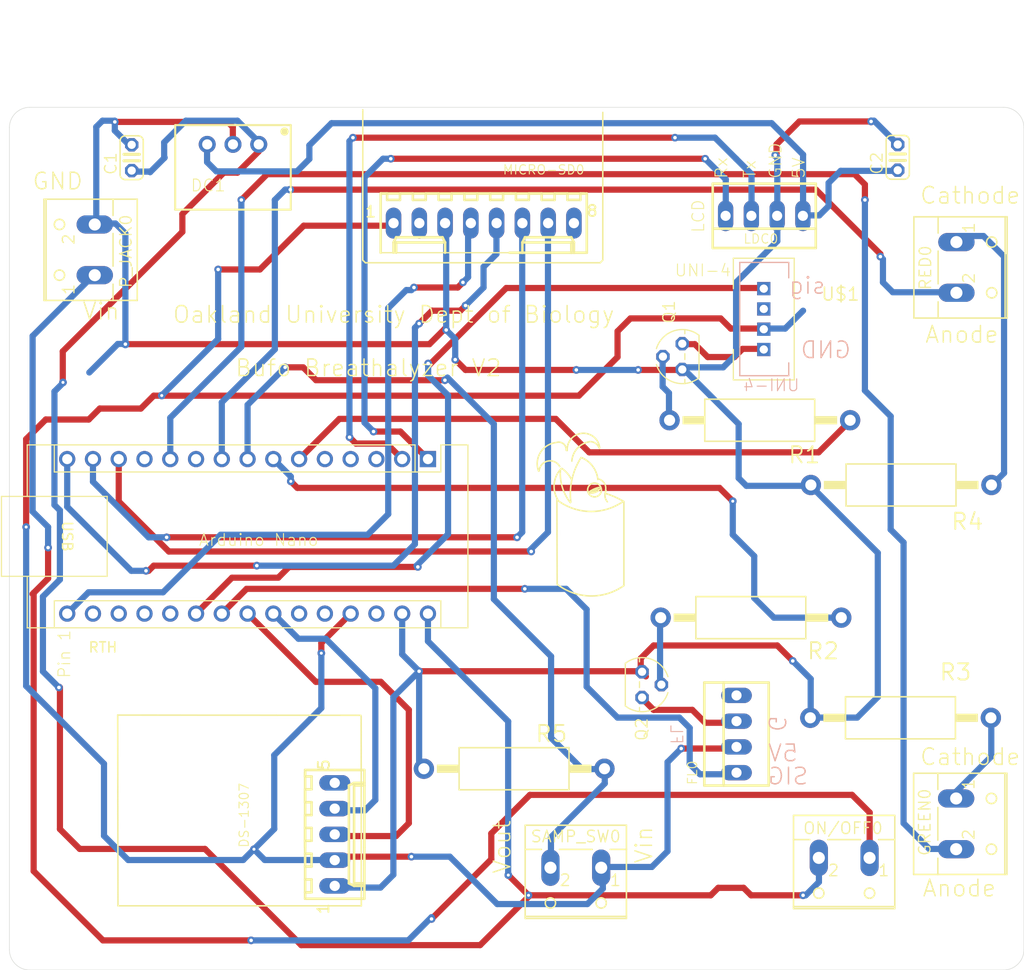
<source format=kicad_pcb>
(kicad_pcb (version 20221018) (generator pcbnew)
  (layers (0 "F.Cu" signal) (31 "B.Cu" signal) (34 "B.Paste" user) (35 "F.Paste" user) (36 "B.SilkS" user "B.Silkscreen") (37 "F.SilkS" user "F.Silkscreen") (38 "B.Mask" user) (39 "F.Mask" user) (44 "Edge.Cuts" user))
  (net 0 "")
  (net 1 "+5V")
  (net 2 "/TXD")
  (net 3 "/RXD")
  (net 4 "/RESET")
  (net 7 "/D3")
  (net 8 "/D4")
  (net 9 "/D5")
  (net 10 "/D6")
  (net 12 "/D8")
  (net 13 "/D9")
  (net 14 "/D10")
  (net 15 "/D11")
  (net 16 "/D12")
  (net 17 "/D13")
  (net 18 "/VBUS")
  (net 19 "/AREF")
  (net 20 "/A0")
  (net 21 "/A1")
  (net 22 "/A2")
  (net 23 "/A3")
  (net 24 "/A4")
  (net 25 "/A5")
  (net 29 "/GND")
  (net 30 "/VBAT")
  (net 31 "Net-(DC1-VOUT)")
  (net 33 "Net-(FL0C-S)")
  (net 35 "Net-(GREEN0A-KL)")
  (net 38 "/VIN")
  (net 39 "Net-(Q1-C)")
  (net 40 "Net-(Q1-B)")
  (net 41 "Net-(Q2-B)")
  (net 42 "Net-(RED0A-KL)")
  (footprint "Trinket:SIP3" (layer "F.Cu") (at 120.536855 66.117035 180)
    (fp_text reference "DC1")
    (fp_text value "R-78C-1.0")
  )
  (footprint "Trinket:AC01" (layer "F.Cu") (at 148.256755 127.694623 180)
    (fp_text reference "R5")
    (fp_text value "RAC01")
  )
  (footprint "Trinket:W237-102" (layer "F.Cu") (at 105.642194 76.517593 90)
    (fp_text reference "P_JACK0")
    (fp_text value "W237-102")
  )
  (footprint "Trinket:UNI-4" (layer "F.Cu") (at 177.860196 83.346088)
    (fp_text reference "U$1")
    (fp_text value "UNI-4")
  )
  (footprint "Trinket:22-23-2041" (layer "F.Cu") (at 172.906779 73.16318 180)
    (fp_text reference "LDC0")
    (fp_text value "22-23-2041")
  )
  (footprint "Trinket:6410-05" (layer "F.Cu") (at 130.568358 134.169502 -90)
    (fp_text reference "DS-1307")
    (fp_text value "22-?-0527-2051")
  )
  (footprint "Trinket:AC01" (layer "F.Cu") (at 171.597804 112.794062 180)
    (fp_text reference "R2")
    (fp_text value "RAC01")
  )
  (footprint "Trinket:W237-102" (layer "F.Cu") (at 154.331998 138.726127 180)
    (fp_text reference "SAMP_SW0")
    (fp_text value "W237-102")
  )
  (footprint "Trinket:W237-102" (layer "F.Cu") (at 180.785852 137.757166 180)
    (fp_text reference "ON/OFF0")
    (fp_text value "W237-102")
  )
  (footprint "" (layer "F.Cu") (at 169.6211 142.4636)
    (fp_text reference "@HOLE1" hide)
    (fp_text value "")
  )
  (footprint "" (layer "F.Cu") (at 194.7671 143.7336)
    (fp_text reference "@HOLE5" hide)
    (fp_text value "")
  )
  (footprint "Trinket:W237-102" (layer "F.Cu") (at 193.118842 78.253196 -90)
    (fp_text reference "RED0")
    (fp_text value "W237-102")
  )
  (footprint "" (layer "F.Cu") (at 131.0311 124.2536)
    (fp_text reference "@HOLE7" hide)
    (fp_text value "")
  )
  (footprint "Trinket:W237-102" (layer "F.Cu") (at 193.091209 133.12714 -90)
    (fp_text reference "GREEN0")
    (fp_text value "W237-102")
  )
  (footprint "Trinket:AC01" (layer "F.Cu") (at 172.472136 93.323658 180)
    (fp_text reference "R1")
    (fp_text value "RAC01")
  )
  (footprint "Trinket:6410-08" (layer "F.Cu") (at 145.254856 73.881607 180)
    (fp_text reference "MICRO-SD0")
    (fp_text value "22-?-0827-2081")
  )
  (footprint "" (layer "F.Cu") (at 102.3015 143.7216)
    (fp_text reference "@HOLE4" hide)
    (fp_text value "")
  )
  (footprint "Trinket:22-23-2041" (layer "F.Cu") (at 170.172219 124.273034 90)
    (fp_text reference "FL0")
    (fp_text value "22-23-2041")
  )
  (footprint "" (layer "F.Cu") (at 176.7331 106.3956)
    (fp_text reference "@HOLE0" hide)
    (fp_text value "")
  )
  (footprint "Trinket:C025-024X044" (layer "F.Cu") (at 110.552127 67.4308 90)
    (fp_text reference "C1")
    (fp_text value "C-US025-024X044")
  )
  (footprint "Trinket:TO92" (layer "F.Cu") (at 160.861629 119.401247 -90)
    (fp_text reference "Q2")
    (fp_text value "2N3904")
  )
  (footprint "Trinket:C025-024X044" (layer "F.Cu") (at 186.064337 67.397662 90)
    (fp_text reference "C2")
    (fp_text value "C-US025-024X044")
  )
  (footprint "Trinket:AC01" (layer "F.Cu") (at 186.401328 99.711895 180)
    (fp_text reference "R4")
    (fp_text value "RAC01")
  )
  (footprint "" (layer "F.Cu") (at 194.7671 66.2636)
    (fp_text reference "@HOLE3" hide)
    (fp_text value "")
  )
  (footprint "Trinket:AC01" (layer "F.Cu") (at 186.34563 122.671855 180)
    (fp_text reference "R3")
    (fp_text value "RAC01")
  )
  (footprint "Trinket:TO92" (layer "F.Cu") (at 164.824616 87.045067 90)
    (fp_text reference "Q1")
    (fp_text value "2N3904")
  )
  (footprint "" (layer "F.Cu") (at 111.0311 139.4136)
    (fp_text reference "@HOLE6" hide)
    (fp_text value "")
  )
  (footprint "" (layer "F.Cu") (at 102.3111 66.2636)
    (fp_text reference "@HOLE2" hide)
    (fp_text value "")
  )
  (footprint "Module:Arduino_Nano" (layer "F.Cu") (at 139.756072 97.155966 -90)
    (fp_text reference "RTH")
    (fp_text value "Arduino_Nano_v2.x")
  )
  (gr_line (start 152.467071 101.243835) (end 152.492471 109.498835) (stroke (width 0.1524)) (layer "F.SilkS"))
  (gr_arc (start 154.880071 97.002035) (mid 155.990047 97.857775) (end 156.505672 99.161036) (stroke (width 0.1524)) (layer "F.SilkS"))
  (gr_line (start 133.1911 141.2136) (end 133.1711 122.5236) (stroke (width 0.1524)) (layer "F.SilkS"))
  (gr_arc (start 157.293071 100.304035) (mid 157.305537 100.278518) (end 157.318471 100.253235) (stroke (width 0.1524)) (layer "F.SilkS"))
  (gr_line (start 156.429471 100.126235) (end 156.607271 100.126235) (stroke (width 0.1524)) (layer "F.SilkS"))
  (gr_arc (start 153.787871 101.447035) (mid 152.988996 99.888487) (end 152.822671 98.145035) (stroke (width 0.1524)) (layer "F.SilkS"))
  (gr_line (start 156.226271 100.126235) (end 156.200871 100.151635) (stroke (width 0.1524)) (layer "F.SilkS"))
  (gr_arc (start 156.759671 100.050035) (mid 156.275147 100.421682) (end 155.667471 100.481836) (stroke (width 0.1524)) (layer "F.SilkS"))
  (gr_arc (start 150.663671 98.348235) (mid 150.829427 96.524998) (end 152.365471 95.528836) (stroke (width 0.1524)) (layer "F.SilkS"))
  (gr_arc (start 152.949671 98.068835) (mid 153.501684 98.567686) (end 153.914871 99.186435) (stroke (width 0.1524)) (layer "F.SilkS"))
  (gr_arc (start 159.045671 109.651235) (mid 155.743988 110.653684) (end 152.492471 109.498836) (stroke (width 0.1524)) (layer "F.SilkS"))
  (gr_line (start 109.2011 141.2136) (end 133.1911 141.2136) (stroke (width 0.1524)) (layer "F.SilkS"))
  (gr_arc (start 153.838671 101.396235) (mid 153.963693 99.110584) (end 154.854671 97.002035) (stroke (width 0.1524)) (layer "F.SilkS"))
  (gr_arc (start 157.216871 100.532635) (mid 158.169239 100.881395) (end 159.071071 101.345435) (stroke (width 0.1524)) (layer "F.SilkS"))
  (gr_line (start 133.3311 62.7036) (end 133.3311 77.5336) (stroke (width 0.1524)) (layer "F.SilkS"))
  (gr_arc (start 152.543271 101.142235) (mid 152.202846 99.575717) (end 152.873471 98.119635) (stroke (width 0.1524)) (layer "F.SilkS"))
  (gr_arc (start 156.632671 99.135635) (mid 157.156466 99.561788) (end 157.267671 100.227836) (stroke (width 0.1524)) (layer "F.SilkS"))
  (gr_arc (start 159.020271 101.320035) (mid 155.718588 102.322484) (end 152.467071 101.167636) (stroke (width 0.1524)) (layer "F.SilkS"))
  (gr_line (start 133.5911 77.7936) (end 156.7311 77.7936) (stroke (width 0.1524)) (layer "F.SilkS"))
  (gr_arc (start 157.445471 101.370835) (mid 157.211833 100.85992) (end 157.293071 100.304036) (stroke (width 0.1524)) (layer "F.SilkS"))
  (gr_line (start 133.3311 77.5336) (end 133.5911 77.7936) (stroke (width 0.1524)) (layer "F.SilkS"))
  (gr_line (start 156.429471 100.126235) (end 156.226271 100.126235) (stroke (width 0.1524)) (layer "F.SilkS"))
  (gr_line (start 133.1411 122.4236) (end 109.1711 122.4036) (stroke (width 0.1524)) (layer "F.SilkS"))
  (gr_circle (center 156.175471 100.202435) (end 156.858914 100.202435) (stroke (width 0.1524)) (fill none) (layer "F.SilkS"))
  (gr_line (start 155.870671 100.354835) (end 156.200871 100.354835) (stroke (width 0.1524)) (layer "F.SilkS"))
  (gr_line (start 159.045671 109.651235) (end 159.071071 109.625835) (stroke (width 0.1524)) (layer "F.SilkS"))
  (gr_line (start 156.9911 77.5336) (end 156.9911 62.9636) (stroke (width 0.1524)) (layer "F.SilkS"))
  (gr_line (start 156.023071 100.329435) (end 156.200871 100.151635) (stroke (width 0.1524)) (layer "F.SilkS"))
  (gr_line (start 159.071071 101.370835) (end 159.071071 109.625835) (stroke (width 0.1524)) (layer "F.SilkS"))
  (gr_arc (start 152.467071 95.503435) (mid 153.126494 95.662332) (end 153.381471 96.290837) (stroke (width 0.1524)) (layer "F.SilkS"))
  (gr_arc (start 153.483071 96.316235) (mid 154.946832 94.613689) (end 156.683471 96.036835) (stroke (width 0.1524)) (layer "F.SilkS"))
  (gr_arc (start 150.714471 98.322835) (mid 151.569787 97.350792) (end 152.746471 97.891037) (stroke (width 0.1524)) (layer "F.SilkS"))
  (gr_line (start 156.7311 77.7936) (end 156.9911 77.5336) (stroke (width 0.1524)) (layer "F.SilkS"))
  (gr_arc (start 155.565871 100.456435) (mid 156.127318 100.110393) (end 156.759671 99.923035) (stroke (width 0.1524)) (layer "F.SilkS"))
  (gr_arc (start 153.940271 97.357635) (mid 154.465013 96.11376) (end 155.642071 95.452636) (stroke (width 0.1524)) (layer "F.SilkS"))
  (gr_line (start 109.1711 122.4036) (end 109.2011 141.2136) (stroke (width 0.1524)) (layer "F.SilkS"))
  (gr_arc (start 155.718271 95.427235) (mid 156.300777 95.615808) (end 156.658071 96.113035) (stroke (width 0.1524)) (layer "F.SilkS"))
  (gr_line (start 156.200871 100.151635) (end 156.429471 100.151635) (stroke (width 0.1524)) (layer "F.SilkS"))
  (gr_line (start 156.200871 100.354835) (end 156.429471 100.126235) (stroke (width 0.1524)) (layer "F.SilkS"))
  (gr_arc (start 196.5011 62.4636) (mid 197.915314 63.049386) (end 198.5011 64.4636) (stroke (width 0.05)) (layer "Edge.Cuts"))
  (gr_line (start 196.5011 62.4636) (end 100.5011 62.4636) (stroke (width 0.05)) (layer "Edge.Cuts"))
  (gr_arc (start 98.5011 64.4636) (mid 99.086886 63.049386) (end 100.5011 62.4636) (stroke (width 0.05)) (layer "Edge.Cuts"))
  (gr_arc (start 198.5011 145.5436) (mid 197.915314 146.957814) (end 196.5011 147.5436) (stroke (width 0.05)) (layer "Edge.Cuts"))
  (gr_line (start 198.5011 145.5436) (end 198.5011 64.4636) (stroke (width 0.05)) (layer "Edge.Cuts"))
  (gr_line (start 100.5011 147.5436) (end 196.5011 147.5436) (stroke (width 0.05)) (layer "Edge.Cuts"))
  (gr_line (start 98.5011 64.4636) (end 98.5011 145.5436) (stroke (width 0.05)) (layer "Edge.Cuts"))
  (gr_arc (start 100.5011 147.5436) (mid 99.086886 146.957814) (end 98.5011 145.5436) (stroke (width 0.05)) (layer "Edge.Cuts"))
  (gr_text "GND" (at 181.5591 87.3456) (layer "B.SilkS") (effects (font (size 1.63576 1.63576) (thickness 0.14224)) (justify left bottom mirror)))
  (gr_text "SIG" (at 173.1771 127.4776) (layer "B.SilkS") (effects (font (size 1.63576 1.63576) (thickness 0.14224)) (justify right top mirror)))
  (gr_text "sig" (at 179.0191 80.9956) (layer "B.SilkS") (effects (font (size 1.63576 1.63576) (thickness 0.14224)) (justify left bottom mirror)))
  (gr_text "G" (at 173.1771 124.1756 -90) (layer "B.SilkS") (effects (font (size 1.63576 1.63576) (thickness 0.14224)) (justify left bottom mirror)))
  (gr_text "5V" (at 173.1771 125.1916) (layer "B.SilkS") (effects (font (size 1.63576 1.63576) (thickness 0.14224)) (justify right top mirror)))
  (gr_text "FL" (at 163.557519 125.371383 -90) (layer "B.SilkS") (effects (font (size 1.1684 1.1684) (thickness 0.1016)) (justify left bottom mirror)))
  (gr_text "5V" (at 176.9871 69.5656 90) (layer "F.SilkS") (effects (font (size 1.1684 1.1684) (thickness 0.1016)) (justify left bottom)))
  (gr_text "Tx" (at 172.1611 69.5656 90) (layer "F.SilkS") (effects (font (size 1.1684 1.1684) (thickness 0.1016)) (justify left bottom)))
  (gr_text "Arduino Nano" (at 117.103132 105.813095) (layer "F.SilkS") (effects (font (size 1.1684 1.1684) (thickness 0.1016)) (justify left bottom)))
  (gr_text "GND" (at 174.7011 69.5656 90) (layer "F.SilkS") (effects (font (size 1.1684 1.1684) (thickness 0.1016)) (justify left bottom)))
  (gr_text "Oakland University Dept of Biology\n\n	Bufo Breathalyzer V2" (at 114.511223 89.119181) (layer "F.SilkS") (effects (font (size 1.63576 1.63576) (thickness 0.14224)) (justify left bottom)))
  (gr_text "GND" (at 100.672582 70.708358) (layer "F.SilkS") (effects (font (size 1.63576 1.63576) (thickness 0.14224)) (justify left bottom)))
  (gr_text "Vin" (at 105.6131 83.5356) (layer "F.SilkS") (effects (font (size 1.63576 1.63576) (thickness 0.14224)) (justify left bottom)))
  (gr_text "Anode" (at 188.4171 140.4316) (layer "F.SilkS") (effects (font (size 1.63576 1.63576) (thickness 0.14224)) (justify left bottom)))
  (gr_text "Vin" (at 162.0011 137.1296 90) (layer "F.SilkS") (effects (font (size 1.63576 1.63576) (thickness 0.14224)) (justify left bottom)))
  (gr_text "Cathode" (at 188.1631 72.1056) (layer "F.SilkS") (effects (font (size 1.63576 1.63576) (thickness 0.14224)) (justify left bottom)))
  (gr_text "LCD" (at 167.0811 74.8996 90) (layer "F.SilkS") (effects (font (size 1.1684 1.1684) (thickness 0.1016)) (justify left bottom)))
  (gr_text "Anode" (at 188.6711 85.8216) (layer "F.SilkS") (effects (font (size 1.63576 1.63576) (thickness 0.14224)) (justify left bottom)))
  (gr_text "Rx" (at 169.3671 69.5656 90) (layer "F.SilkS") (effects (font (size 1.1684 1.1684) (thickness 0.1016)) (justify left bottom)))
  (gr_text "Vout" (at 148.0311 138.1456 90) (layer "F.SilkS") (effects (font (size 1.63576 1.63576) (thickness 0.14224)) (justify left bottom)))
  (gr_text "Pin 1" (at 104.5971 118.8416 90) (layer "F.SilkS") (effects (font (size 1.1684 1.1684) (thickness 0.1016)) (justify left bottom)))
  (gr_text "Cathode" (at 188.1631 127.4776) (layer "F.SilkS") (effects (font (size 1.63576 1.63576) (thickness 0.14224)) (justify left bottom)))
  (segment (start 129.245141 116.298261) (end 129.245141 115.286897) (width 0.6096) (layer "F.Cu") (net 1))
  (segment (start 123.1899 78.4556) (end 119.0751 78.4556) (width 0.6096) (layer "F.Cu") (net 1))
  (segment (start 102.082561 93.25303) (end 100.1493 95.186291) (width 0.6096) (layer "F.Cu") (net 1))
  (segment (start 112.7251 90.9016) (end 111.4551 92.1716) (width 0.6096) (layer "F.Cu") (net 1))
  (segment (start 138.1251 136.3676) (end 131.5211 136.3676) (width 0.6096) (layer "F.Cu") (net 1))
  (segment (start 127.5079 74.1376) (end 123.1899 78.4556) (width 0.6096) (layer "F.Cu") (net 1))
  (segment (start 169.6211 125.6996) (end 164.7217 125.6996) (width 0.6096) (layer "F.Cu") (net 1))
  (segment (start 136.3471 74.1376) (end 127.5079 74.1376) (width 0.6096) (layer "F.Cu") (net 1))
  (segment (start 111.4551 92.1716) (end 107.402488 92.1716) (width 0.6096) (layer "F.Cu") (net 1))
  (segment (start 172.4951 84.2816) (end 169.6051 84.2816) (width 0.6096) (layer "F.Cu") (net 1))
  (segment (start 169.6051 84.2816) (end 168.6051 83.2816) (width 0.6096) (layer "F.Cu") (net 1))
  (segment (start 154.6351 90.9016) (end 112.7251 90.9016) (width 0.6096) (layer "F.Cu") (net 1))
  (segment (start 131.5211 136.3676) (end 131.0131 136.8756) (width 0.6096) (layer "F.Cu") (net 1))
  (segment (start 106.321058 93.25303) (end 102.082561 93.25303) (width 0.6096) (layer "F.Cu") (net 1))
  (segment (start 158.4451 87.0916) (end 154.6351 90.9016) (width 0.6096) (layer "F.Cu") (net 1))
  (segment (start 168.6051 83.2816) (end 159.7151 83.2816) (width 0.6096) (layer "F.Cu") (net 1))
  (segment (start 131.7751 136.8756) (end 131.0131 136.8756) (width 0.6096) (layer "F.Cu") (net 1))
  (segment (start 129.245141 115.286897) (end 132.136072 112.395966) (width 0.6096) (layer "F.Cu") (net 1))
  (segment (start 100.1493 95.186291) (end 100.1493 103.8556) (width 0.6096) (layer "F.Cu") (net 1))
  (segment (start 158.4451 84.5516) (end 158.4451 87.0916) (width 0.6096) (layer "F.Cu") (net 1))
  (segment (start 159.7151 83.2816) (end 158.4451 84.5516) (width 0.6096) (layer "F.Cu") (net 1))
  (segment (start 107.402488 92.1716) (end 106.321058 93.25303) (width 0.6096) (layer "F.Cu") (net 1))
  (via (at 122.604774 135.633975) (size 0.7564) (drill 0.3) (layers "F.Cu" "B.Cu") (net 1))
  (via (at 138.1251 136.3676) (size 0.7564) (drill 0.35) (layers "F.Cu" "B.Cu") (net 1))
  (via (at 129.245141 116.298261) (size 0.7564) (drill 0.3) (layers "F.Cu" "B.Cu") (net 1))
  (via (at 100.1493 103.8556) (size 0.7564) (drill 0.3) (layers "F.Cu" "B.Cu") (net 1))
  (via (at 113.513774 90.888742) (size 0.7564) (drill 0.3) (layers "F.Cu" "B.Cu") (net 1))
  (via (at 119.0751 78.4556) (size 0.7564) (drill 0.35) (layers "F.Cu" "B.Cu") (net 1))
  (via (at 164.7217 125.6996) (size 0.7564) (drill 0.35) (layers "F.Cu" "B.Cu") (net 1))
  (segment (start 122.604774 135.633975) (end 121.540949 136.6978) (width 0.6096) (layer "B.Cu") (net 1))
  (segment (start 110.2105 136.6978) (end 107.8229 134.3102) (width 0.6096) (layer "B.Cu") (net 1))
  (segment (start 122.604774 135.633975) (end 124.604344 133.634405) (width 0.6096) (layer "B.Cu") (net 1))
  (segment (start 172.4951 84.2816) (end 174.9711 84.2816) (width 0.6096) (layer "B.Cu") (net 1))
  (segment (start 156.9973 139.5172) (end 156.9973 137.3836) (width 0.6096) (layer "B.Cu") (net 1))
  (segment (start 123.668599 136.6978) (end 131.2163 136.6978) (width 0.6096) (layer "B.Cu") (net 1))
  (segment (start 163.3727 135.8342) (end 161.8233 137.3836) (width 0.6096) (layer "B.Cu") (net 1))
  (segment (start 163.3755 127.0458) (end 163.3727 127.0458) (width 0.6096) (layer "B.Cu") (net 1))
  (segment (start 131.5465 137.028) (end 131.1655 137.028) (width 0.6096) (layer "B.Cu") (net 1))
  (segment (start 129.245141 121.712641) (end 129.245141 116.298261) (width 0.6096) (layer "B.Cu") (net 1))
  (segment (start 119.0751 85.3136) (end 113.513774 90.874926) (width 0.6096) (layer "B.Cu") (net 1))
  (segment (start 155.4733 141.0412) (end 156.9973 139.5172) (width 0.6096) (layer "B.Cu") (net 1))
  (segment (start 141.9097 136.3676) (end 146.5833 141.0412) (width 0.6096) (layer "B.Cu") (net 1))
  (segment (start 131.2163 136.6978) (end 131.5465 137.028) (width 0.6096) (layer "B.Cu") (net 1))
  (segment (start 131.1655 137.028) (end 131.0131 136.8756) (width 0.6096) (layer "B.Cu") (net 1))
  (segment (start 156.9973 137.3836) (end 156.8811 137.3836) (width 0.6096) (layer "B.Cu") (net 1))
  (segment (start 174.9711 84.2816) (end 176.7331 82.5196) (width 0.6096) (layer "B.Cu") (net 1))
  (segment (start 100.1493 119.5338) (end 100.1493 103.8556) (width 0.6096) (layer "B.Cu") (net 1))
  (segment (start 161.8233 137.3836) (end 156.9973 137.3836) (width 0.6096) (layer "B.Cu") (net 1))
  (segment (start 124.604344 133.634405) (end 124.604344 126.353438) (width 0.6096) (layer "B.Cu") (net 1))
  (segment (start 113.513774 90.888742) (end 113.499958 90.888742) (width 0.6096) (layer "B.Cu") (net 1))
  (segment (start 124.604344 126.353438) (end 129.245141 121.712641) (width 0.6096) (layer "B.Cu") (net 1))
  (segment (start 164.7217 125.6996) (end 163.3755 127.0458) (width 0.6096) (layer "B.Cu") (net 1))
  (segment (start 122.604774 135.633975) (end 123.668599 136.6978) (width 0.6096) (layer "B.Cu") (net 1))
  (segment (start 107.8229 127.2074) (end 100.1493 119.5338) (width 0.6096) (layer "B.Cu") (net 1))
  (segment (start 163.3727 127.0458) (end 163.3727 135.8342) (width 0.6096) (layer "B.Cu") (net 1))
  (segment (start 146.5833 141.0412) (end 155.4733 141.0412) (width 0.6096) (layer "B.Cu") (net 1))
  (segment (start 113.513774 90.874926) (end 113.513774 90.888742) (width 0.6096) (layer "B.Cu") (net 1))
  (segment (start 121.540949 136.6978) (end 110.2105 136.6978) (width 0.6096) (layer "B.Cu") (net 1))
  (segment (start 138.1251 136.3676) (end 141.9097 136.3676) (width 0.6096) (layer "B.Cu") (net 1))
  (segment (start 119.0751 78.4556) (end 119.0751 85.3136) (width 0.6096) (layer "B.Cu") (net 1))
  (segment (start 107.8229 134.3102) (end 107.8229 127.2074) (width 0.6096) (layer "B.Cu") (net 1))
  (segment (start 167.0811 67.5336) (end 136.0931 67.5336) (width 0.6096) (layer "F.Cu") (net 2))
  (segment (start 137.041595 94.441489) (end 139.756072 97.155966) (width 0.6096) (layer "F.Cu") (net 2))
  (segment (start 134.391176 94.441489) (end 137.041595 94.441489) (width 0.6096) (layer "F.Cu") (net 2))
  (via (at 134.391176 94.441489) (size 0.7564) (drill 0.35) (layers "F.Cu" "B.Cu") (net 2))
  (via (at 167.0811 67.5336) (size 0.7564) (drill 0.35) (layers "F.Cu" "B.Cu") (net 2))
  (via (at 136.0931 67.5336) (size 0.7564) (drill 0.35) (layers "F.Cu" "B.Cu") (net 2))
  (segment (start 133.501759 69.362941) (end 135.3311 67.5336) (width 0.6096) (layer "B.Cu") (net 2))
  (segment (start 135.3311 67.5336) (end 136.0931 67.5336) (width 0.6096) (layer "B.Cu") (net 2))
  (segment (start 133.501759 89.072259) (end 133.501759 69.362941) (width 0.6096) (layer "B.Cu") (net 2))
  (segment (start 169.1131 73.1216) (end 169.1131 69.5656) (width 0.6096) (layer "B.Cu") (net 2))
  (segment (start 133.501759 93.552072) (end 134.391176 94.441489) (width 0.6096) (layer "B.Cu") (net 2))
  (segment (start 169.1131 69.5656) (end 167.0811 67.5336) (width 0.6096) (layer "B.Cu") (net 2))
  (segment (start 133.501759 89.072259) (end 133.501759 93.552072) (width 0.6096) (layer "B.Cu") (net 2))
  (segment (start 132.650284 95.622809) (end 135.682915 95.622809) (width 0.6096) (layer "F.Cu") (net 3))
  (segment (start 132.028536 95.001061) (end 132.650284 95.622809) (width 0.6096) (layer "F.Cu") (net 3))
  (segment (start 132.361794 65.456252) (end 164.10663 65.456252) (width 0.6096) (layer "F.Cu") (net 3))
  (segment (start 135.682915 95.622809) (end 137.216072 97.155966) (width 0.6096) (layer "F.Cu") (net 3))
  (via (at 164.10663 65.456252) (size 0.7564) (drill 0.35) (layers "F.Cu" "B.Cu") (net 3))
  (via (at 132.361794 65.456252) (size 0.7564) (drill 0.35) (layers "F.Cu" "B.Cu") (net 3))
  (via (at 132.028536 95.001061) (size 0.7564) (drill 0.35) (layers "F.Cu" "B.Cu") (net 3))
  (segment (start 168.051752 65.456252) (end 164.10663 65.456252) (width 0.6096) (layer "B.Cu") (net 3))
  (segment (start 132.016372 65.801674) (end 132.361794 65.456252) (width 0.6096) (layer "B.Cu") (net 3))
  (segment (start 171.6531 69.0576) (end 171.6531 73.1216) (width 0.6096) (layer "B.Cu") (net 3))
  (segment (start 132.028536 95.001061) (end 132.016372 94.988897) (width 0.6096) (layer "B.Cu") (net 3))
  (segment (start 170.1291 67.5336) (end 171.6531 69.0576) (width 0.6096) (layer "B.Cu") (net 3))
  (segment (start 170.1291 67.5336) (end 168.051752 65.456252) (width 0.6096) (layer "B.Cu") (net 3))
  (segment (start 132.016372 94.988897) (end 132.016372 65.801674) (width 0.6096) (layer "B.Cu") (net 3))
  (segment (start 155.6511 96.4896) (end 152.3491 93.1876) (width 0.6096) (layer "F.Cu") (net 7))
  (segment (start 131.024438 93.1876) (end 127.056072 97.155966) (width 0.6096) (layer "F.Cu") (net 7))
  (segment (start 181.3151 93.4416) (end 178.2671 96.4896) (width 0.6096) (layer "F.Cu") (net 7))
  (segment (start 152.3491 93.1876) (end 131.024438 93.1876) (width 0.6096) (layer "F.Cu") (net 7))
  (segment (start 178.2671 96.4896) (end 155.6511 96.4896) (width 0.6096) (layer "F.Cu") (net 7))
  (segment (start 126.87947 99.994611) (end 126.235239 99.35038) (width 0.6096) (layer "F.Cu") (net 8))
  (segment (start 169.804174 101.30888) (end 168.489905 99.994611) (width 0.6096) (layer "F.Cu") (net 8))
  (segment (start 168.489905 99.994611) (end 126.87947 99.994611) (width 0.6096) (layer "F.Cu") (net 8))
  (via (at 126.235239 99.35038) (size 0.7564) (drill 0.3) (layers "F.Cu" "B.Cu") (net 8))
  (via (at 169.804174 101.30888) (size 0.7564) (drill 0.3) (layers "F.Cu" "B.Cu") (net 8))
  (segment (start 173.859477 112.794062) (end 180.497804 112.794062) (width 0.6096) (layer "B.Cu") (net 8))
  (segment (start 169.804174 101.30888) (end 169.804174 104.609994) (width 0.6096) (layer "B.Cu") (net 8))
  (segment (start 171.918113 110.852698) (end 173.859477 112.794062) (width 0.6096) (layer "B.Cu") (net 8))
  (segment (start 126.235239 99.35038) (end 126.235239 98.875133) (width 0.6096) (layer "B.Cu") (net 8))
  (segment (start 126.235239 98.875133) (end 124.516072 97.155966) (width 0.6096) (layer "B.Cu") (net 8))
  (segment (start 171.918113 106.723933) (end 171.918113 110.852698) (width 0.6096) (layer "B.Cu") (net 8))
  (segment (start 180.0351 112.2276) (end 180.5531 112.7456) (width 0.1524) (layer "B.Cu") (net 8))
  (segment (start 169.804174 104.609994) (end 171.918113 106.723933) (width 0.6096) (layer "B.Cu") (net 8))
  (segment (start 128.7271 89.3776) (end 127.4571 88.1076) (width 0.6096) (layer "F.Cu") (net 9))
  (segment (start 141.4271 89.3776) (end 128.7271 89.3776) (width 0.6096) (layer "F.Cu") (net 9))
  (segment (start 127.4571 88.1076) (end 125.6791 88.1076) (width 0.6096) (layer "F.Cu") (net 9))
  (via (at 141.4271 89.3776) (size 0.7564) (drill 0.35) (layers "F.Cu" "B.Cu") (net 9))
  (via (at 125.6791 88.1076) (size 0.7564) (drill 0.35) (layers "F.Cu" "B.Cu") (net 9))
  (segment (start 157.1851 127.7316) (end 157.1851 129.144) (width 0.6096) (layer "B.Cu") (net 9))
  (segment (start 146.2531 110.9676) (end 151.8919 116.6064) (width 0.6096) (layer "B.Cu") (net 9))
  (segment (start 154.9653 127.7316) (end 157.1851 127.7316) (width 0.6096) (layer "B.Cu") (net 9))
  (segment (start 151.8811 134.448) (end 151.8811 137.3836) (width 0.6096) (layer "B.Cu") (net 9))
  (segment (start 146.2531 93.6956) (end 146.2531 110.9676) (width 0.6096) (layer "B.Cu") (net 9))
  (segment (start 125.6791 88.1076) (end 121.976072 91.810628) (width 0.6096) (layer "B.Cu") (net 9))
  (segment (start 121.976072 91.810628) (end 121.976072 97.155966) (width 0.6096) (layer "B.Cu") (net 9))
  (segment (start 141.6811 89.1236) (end 141.4271 89.3776) (width 0.6096) (layer "B.Cu") (net 9))
  (segment (start 146.2531 93.6956) (end 141.6811 89.1236) (width 0.6096) (layer "B.Cu") (net 9))
  (segment (start 157.1851 129.144) (end 151.8811 134.448) (width 0.6096) (layer "B.Cu") (net 9))
  (segment (start 151.8919 124.6582) (end 154.9653 127.7316) (width 0.6096) (layer "B.Cu") (net 9))
  (segment (start 151.8919 116.6064) (end 151.8919 124.6582) (width 0.6096) (layer "B.Cu") (net 9))
  (segment (start 184.3531 76.9316) (end 178.0031 70.5816) (width 0.6096) (layer "F.Cu") (net 10))
  (segment (start 178.0031 70.5816) (end 126.1871 70.5816) (width 0.6096) (layer "F.Cu") (net 10))
  (segment (start 184.3531 76.9316) (end 184.3531 77.1856) (width 0.6096) (layer "F.Cu") (net 10))
  (via (at 126.1871 70.5816) (size 0.7564) (drill 0.35) (layers "F.Cu" "B.Cu") (net 10))
  (via (at 184.3531 77.1856) (size 0.7564) (drill 0.35) (layers "F.Cu" "B.Cu") (net 10))
  (segment (start 184.6071 77.4396) (end 184.6071 79.7256) (width 0.6096) (layer "B.Cu") (net 10))
  (segment (start 124.6631 71.5976) (end 125.6791 70.5816) (width 0.6096) (layer "B.Cu") (net 10))
  (segment (start 124.6631 86.3296) (end 119.436072 91.556628) (width 0.6096) (layer "B.Cu") (net 10))
  (segment (start 119.436072 91.556628) (end 119.436072 97.155966) (width 0.6096) (layer "B.Cu") (net 10))
  (segment (start 184.3531 77.1856) (end 184.6071 77.4396) (width 0.6096) (layer "B.Cu") (net 10))
  (segment (start 185.5831 80.7016) (end 191.4651 80.7016) (width 0.6096) (layer "B.Cu") (net 10))
  (segment (start 184.6071 79.7256) (end 185.5831 80.7016) (width 0.6096) (layer "B.Cu") (net 10))
  (segment (start 124.6631 86.3296) (end 124.6631 71.5976) (width 0.6096) (layer "B.Cu") (net 10))
  (segment (start 125.6791 70.5816) (end 126.1871 70.5816) (width 0.6096) (layer "B.Cu") (net 10))
  (segment (start 121.3611 71.5976) (end 123.9011 69.0576) (width 0.6096) (layer "F.Cu") (net 12))
  (segment (start 182.8291 70.0736) (end 182.8291 71.5976) (width 0.6096) (layer "F.Cu") (net 12))
  (segment (start 181.8131 69.0576) (end 182.8291 70.0736) (width 0.6096) (layer "F.Cu") (net 12))
  (segment (start 123.9011 69.0576) (end 181.8131 69.0576) (width 0.6096) (layer "F.Cu") (net 12))
  (via (at 182.8291 71.5976) (size 0.7564) (drill 0.35) (layers "F.Cu" "B.Cu") (net 12))
  (via (at 121.3611 71.5976) (size 0.7564) (drill 0.35) (layers "F.Cu" "B.Cu") (net 12))
  (segment (start 191.6791 135.3116) (end 191.4651 135.3116) (width 0.6096) (layer "B.Cu") (net 12))
  (segment (start 191.9731 135.6056) (end 189.1791 135.6056) (width 0.6096) (layer "B.Cu") (net 12))
  (segment (start 191.9731 135.6056) (end 191.6791 135.3116) (width 0.6096) (layer "B.Cu") (net 12))
  (segment (start 182.8291 90.3936) (end 185.3691 92.9336) (width 0.6096) (layer "B.Cu") (net 12))
  (segment (start 114.356072 93.080628) (end 114.356072 97.155966) (width 0.6096) (layer "B.Cu") (net 12))
  (segment (start 185.3691 104.1096) (end 185.3691 92.9336) (width 0.6096) (layer "B.Cu") (net 12))
  (segment (start 121.3611 86.0756) (end 114.356072 93.080628) (width 0.6096) (layer "B.Cu") (net 12))
  (segment (start 189.1791 135.6056) (end 186.6391 133.0656) (width 0.6096) (layer "B.Cu") (net 12))
  (segment (start 186.6391 133.0656) (end 186.6391 105.3796) (width 0.6096) (layer "B.Cu") (net 12))
  (segment (start 182.8291 71.5976) (end 182.8291 90.3936) (width 0.6096) (layer "B.Cu") (net 12))
  (segment (start 186.6391 105.3796) (end 185.3691 104.1096) (width 0.6096) (layer "B.Cu") (net 12))
  (segment (start 121.3611 86.0756) (end 121.3611 71.5976) (width 0.6096) (layer "B.Cu") (net 12))
  (segment (start 109.276072 101.334007) (end 109.276072 97.155966) (width 0.6096) (layer "F.Cu") (net 14))
  (segment (start 114.210665 106.2686) (end 109.276072 101.334007) (width 0.6096) (layer "F.Cu") (net 14))
  (segment (start 149.9361 106.2686) (end 114.210665 106.2686) (width 0.6096) (layer "F.Cu") (net 14))
  (via (at 149.9361 106.2686) (size 0.7564) (drill 0.35) (layers "F.Cu" "B.Cu") (net 14))
  (segment (start 151.5871 74.1376) (end 151.5871 104.3636) (width 0.6096) (layer "B.Cu") (net 14))
  (segment (start 149.8091 106.1416) (end 149.9361 106.2686) (width 0.6096) (layer "B.Cu") (net 14))
  (segment (start 151.5871 104.3636) (end 149.8091 106.1416) (width 0.6096) (layer "B.Cu") (net 14))
  (segment (start 148.5391 104.8716) (end 113.9951 104.8716) (width 0.6096) (layer "F.Cu") (net 15))
  (via (at 148.5391 104.8716) (size 0.7564) (drill 0.35) (layers "F.Cu" "B.Cu") (net 15))
  (via (at 113.9951 104.8716) (size 0.7564) (drill 0.35) (layers "F.Cu" "B.Cu") (net 15))
  (segment (start 149.0471 104.3636) (end 148.5391 104.8716) (width 0.6096) (layer "B.Cu") (net 15))
  (segment (start 112.2171 104.8716) (end 106.736072 99.390572) (width 0.6096) (layer "B.Cu") (net 15))
  (segment (start 106.736072 99.390572) (end 106.736072 97.155966) (width 0.6096) (layer "B.Cu") (net 15))
  (segment (start 149.0471 74.1376) (end 149.0471 104.3636) (width 0.6096) (layer "B.Cu") (net 15))
  (segment (start 113.9951 104.8716) (end 112.2171 104.8716) (width 0.6096) (layer "B.Cu") (net 15))
  (segment (start 112.2171 108.1736) (end 111.9631 108.1736) (width 0.6096) (layer "F.Cu") (net 16))
  (segment (start 140.1571 82.5196) (end 138.8871 83.7896) (width 0.6096) (layer "F.Cu") (net 16))
  (segment (start 143.4591 82.0116) (end 142.9511 82.5196) (width 0.6096) (layer "F.Cu") (net 16))
  (segment (start 142.9511 82.5196) (end 140.1571 82.5196) (width 0.6096) (layer "F.Cu") (net 16))
  (segment (start 103.9875 97.404) (end 103.8351 97.2516) (width 0.6096) (layer "F.Cu") (net 16))
  (segment (start 104.4955 97.404) (end 103.9875 97.404) (width 0.6096) (layer "F.Cu") (net 16))
  (segment (start 122.8851 107.6656) (end 112.7251 107.6656) (width 0.6096) (layer "F.Cu") (net 16))
  (segment (start 112.7251 107.6656) (end 112.2171 108.1736) (width 0.6096) (layer "F.Cu") (net 16))
  (via (at 111.9631 108.1736) (size 0.7564) (drill 0.35) (layers "F.Cu" "B.Cu") (net 16))
  (via (at 122.8851 107.6656) (size 0.7564) (drill 0.35) (layers "F.Cu" "B.Cu") (net 16))
  (via (at 138.8871 83.7896) (size 0.7564) (drill 0.35) (layers "F.Cu" "B.Cu") (net 16))
  (via (at 143.4591 82.0116) (size 0.7564) (drill 0.35) (layers "F.Cu" "B.Cu") (net 16))
  (segment (start 138.473272 84.203428) (end 138.473272 105.539429) (width 0.6096) (layer "B.Cu") (net 16))
  (segment (start 111.9631 108.1736) (end 110.512357 108.1736) (width 0.6096) (layer "B.Cu") (net 16))
  (segment (start 145.2371 78.2016) (end 145.2371 80.2336) (width 0.6096) (layer "B.Cu") (net 16))
  (segment (start 110.512357 108.1736) (end 104.196072 101.857315) (width 0.6096) (layer "B.Cu") (net 16))
  (segment (start 138.8871 83.7896) (end 138.473272 84.203428) (width 0.6096) (layer "B.Cu") (net 16))
  (segment (start 146.5071 74.1376) (end 146.5071 76.9316) (width 0.6096) (layer "B.Cu") (net 16))
  (segment (start 145.2371 80.2336) (end 143.4591 82.0116) (width 0.6096) (layer "B.Cu") (net 16))
  (segment (start 104.196072 101.857315) (end 104.196072 97.155966) (width 0.6096) (layer "B.Cu") (net 16))
  (segment (start 136.3471 107.6656) (end 122.8851 107.6656) (width 0.6096) (layer "B.Cu") (net 16))
  (segment (start 138.473272 105.539429) (end 136.3471 107.6656) (width 0.6096) (layer "B.Cu") (net 16))
  (segment (start 146.5071 76.9316) (end 145.2371 78.2016) (width 0.6096) (layer "B.Cu") (net 16))
  (segment (start 142.6971 80.2336) (end 143.2051 79.7256) (width 0.6096) (layer "F.Cu") (net 17))
  (segment (start 138.3791 80.2336) (end 142.6971 80.2336) (width 0.6096) (layer "F.Cu") (net 17))
  (via (at 138.3791 80.2336) (size 0.7564) (drill 0.35) (layers "F.Cu" "B.Cu") (net 17))
  (via (at 143.2051 79.7256) (size 0.7564) (drill 0.35) (layers "F.Cu" "B.Cu") (net 17))
  (segment (start 143.7131 79.2176) (end 143.7131 74.3916) (width 0.6096) (layer "B.Cu") (net 17))
  (segment (start 106.299312 110.292726) (end 104.196072 112.395966) (width 0.6096) (layer "B.Cu") (net 17))
  (segment (start 143.7131 74.3916) (end 143.9671 74.1376) (width 0.6096) (layer "B.Cu") (net 17))
  (segment (start 135.8391 102.5856) (end 133.8071 104.6176) (width 0.6096) (layer "B.Cu") (net 17))
  (segment (start 138.3791 80.2336) (end 138.1251 80.4876) (width 0.6096) (layer "B.Cu") (net 17))
  (segment (start 138.1251 80.4876) (end 137.6171 80.4876) (width 0.6096) (layer "B.Cu") (net 17))
  (segment (start 135.8391 82.2656) (end 135.8391 102.5856) (width 0.6096) (layer "B.Cu") (net 17))
  (segment (start 133.8071 104.6176) (end 119.319781 104.6176) (width 0.6096) (layer "B.Cu") (net 17))
  (segment (start 143.2051 79.7256) (end 143.7131 79.2176) (width 0.6096) (layer "B.Cu") (net 17))
  (segment (start 119.319781 104.6176) (end 113.644655 110.292726) (width 0.6096) (layer "B.Cu") (net 17))
  (segment (start 113.644655 110.292726) (end 106.299312 110.292726) (width 0.6096) (layer "B.Cu") (net 17))
  (segment (start 137.6171 80.4876) (end 135.8391 82.2656) (width 0.6096) (layer "B.Cu") (net 17))
  (segment (start 106.6291 112.2376) (end 106.3751 112.4916) (width 0.6096) (layer "B.Cu") (net 18))
  (segment (start 111.9631 111.9836) (end 111.4551 112.4916) (width 0.6096) (layer "B.Cu") (net 20))
  (segment (start 126.0601 107.7926) (end 124.999955 108.852745) (width 0.6096) (layer "F.Cu") (net 22))
  (segment (start 147.4751 80.2816) (end 139.9031 87.8536) (width 0.6096) (layer "F.Cu") (net 22))
  (segment (start 120.439293 108.852745) (end 116.896072 112.395966) (width 0.6096) (layer "F.Cu") (net 22))
  (segment (start 124.999955 108.852745) (end 120.439293 108.852745) (width 0.6096) (layer "F.Cu") (net 22))
  (segment (start 138.7601 107.7926) (end 126.0601 107.7926) (width 0.6096) (layer "F.Cu") (net 22))
  (segment (start 139.9031 87.8536) (end 139.7761 87.7266) (width 0.6096) (layer "F.Cu") (net 22))
  (segment (start 172.4951 80.2816) (end 147.4751 80.2816) (width 0.6096) (layer "F.Cu") (net 22))
  (via (at 139.7761 87.7266) (size 0.7564) (drill 0.35) (layers "F.Cu" "B.Cu") (net 22))
  (via (at 138.7601 107.7926) (size 0.7564) (drill 0.35) (layers "F.Cu" "B.Cu") (net 22))
  (segment (start 138.7601 107.7926) (end 138.6331 107.6656) (width 0.6096) (layer "B.Cu") (net 22))
  (segment (start 139.7761 88.908035) (end 139.7761 87.7266) (width 0.6096) (layer "B.Cu") (net 22))
  (segment (start 141.737884 90.869819) (end 139.7761 88.908035) (width 0.6096) (layer "B.Cu") (net 22))
  (segment (start 138.6331 107.6656) (end 141.737884 104.560816) (width 0.6096) (layer "B.Cu") (net 22))
  (segment (start 141.737884 104.560816) (end 141.737884 90.869819) (width 0.6096) (layer "B.Cu") (net 22))
  (segment (start 149.3011 109.9516) (end 121.880438 109.9516) (width 0.6096) (layer "F.Cu") (net 23))
  (segment (start 121.880438 109.9516) (end 119.436072 112.395966) (width 0.6096) (layer "F.Cu") (net 23))
  (via (at 149.3011 109.9516) (size 0.7564) (drill 0.35) (layers "F.Cu" "B.Cu") (net 23))
  (segment (start 153.3651 109.9516) (end 149.3011 109.9516) (width 0.6096) (layer "B.Cu") (net 23))
  (segment (start 165.5571 123.6676) (end 165.5571 127.2236) (width 0.6096) (layer "B.Cu") (net 23))
  (segment (start 165.5571 127.2236) (end 166.5731 128.2396) (width 0.6096) (layer "B.Cu") (net 23))
  (segment (start 158.4451 122.6516) (end 164.5411 122.6516) (width 0.6096) (layer "B.Cu") (net 23))
  (segment (start 158.4451 122.6516) (end 155.3971 119.6036) (width 0.6096) (layer "B.Cu") (net 23))
  (segment (start 164.5411 122.6516) (end 165.5571 123.6676) (width 0.6096) (layer "B.Cu") (net 23))
  (segment (start 155.3971 119.6036) (end 155.3971 111.9836) (width 0.6096) (layer "B.Cu") (net 23))
  (segment (start 155.3971 111.9836) (end 153.3651 109.9516) (width 0.6096) (layer "B.Cu") (net 23))
  (segment (start 166.5731 128.2396) (end 169.6211 128.2396) (width 0.6096) (layer "B.Cu") (net 23))
  (segment (start 137.8711 133.0656) (end 136.6011 134.3356) (width 0.6096) (layer "F.Cu") (net 24))
  (segment (start 128.702137 119.122031) (end 135.106838 119.122031) (width 0.6096) (layer "F.Cu") (net 24))
  (segment (start 135.106838 119.122031) (end 137.8711 121.886293) (width 0.6096) (layer "F.Cu") (net 24))
  (segment (start 136.6011 134.3356) (end 131.0131 134.3356) (width 0.6096) (layer "F.Cu") (net 24))
  (segment (start 137.8711 121.886293) (end 137.8711 133.0656) (width 0.6096) (layer "F.Cu") (net 24))
  (segment (start 121.976072 112.395966) (end 128.702137 119.122031) (width 0.6096) (layer "F.Cu") (net 24))
  (segment (start 126.993531 114.873425) (end 124.516072 112.395966) (width 0.6096) (layer "B.Cu") (net 25))
  (segment (start 133.5531 131.7956) (end 134.5691 130.7796) (width 0.6096) (layer "B.Cu") (net 25))
  (segment (start 131.0131 131.7956) (end 133.5531 131.7956) (width 0.6096) (layer "B.Cu") (net 25))
  (segment (start 134.5691 119.765614) (end 129.676911 114.873425) (width 0.6096) (layer "B.Cu") (net 25))
  (segment (start 134.5691 130.7796) (end 134.5691 119.765614) (width 0.6096) (layer "B.Cu") (net 25))
  (segment (start 129.676911 114.873425) (end 126.993531 114.873425) (width 0.6096) (layer "B.Cu") (net 25))
  (segment (start 164.7951 88.3616) (end 160.4771 88.3616) (width 0.6096) (layer "F.Cu") (net 29))
  (segment (start 176.3703 63.8578) (end 174.1169 66.1112) (width 0.6096) (layer "F.Cu") (net 29))
  (segment (start 120.5229 65.8826) (end 120.5229 64.4094) (width 0.6096) (layer "F.Cu") (net 29))
  (segment (start 143.4591 88.3616) (end 154.3811 88.3616) (width 0.6096) (layer "F.Cu") (net 29))
  (segment (start 174.1169 67.051) (end 173.9899 67.178) (width 0.6096) (layer "F.Cu") (net 29))
  (segment (start 139.9031 85.8216) (end 141.4271 84.2976) (width 0.6096) (layer "F.Cu") (net 29))
  (segment (start 174.1169 66.1112) (end 174.1169 67.051) (width 0.6096) (layer "F.Cu") (net 29))
  (segment (start 120.5229 64.4094) (end 120.0149 63.9014) (width 0.6096) (layer "F.Cu") (net 29))
  (segment (start 162.0011 115.5396) (end 174.1931 115.5396) (width 0.6096) (layer "F.Cu") (net 29))
  (segment (start 109.9311 85.8216) (end 139.9031 85.8216) (width 0.6096) (layer "F.Cu") (net 29))
  (segment (start 174.1931 115.5396) (end 175.7171 117.0636) (width 0.6096) (layer "F.Cu") (net 29))
  (segment (start 160.7311 118.0796) (end 161.2391 118.5876) (width 0.6096) (layer "F.Cu") (net 29))
  (segment (start 183.4387 63.8578) (end 176.3703 63.8578) (width 0.6096) (layer "F.Cu") (net 29))
  (segment (start 120.0149 63.9014) (end 108.8897 63.9014) (width 0.6096) (layer "F.Cu") (net 29))
  (segment (start 141.4271 84.2976) (end 141.5541 84.4246) (width 0.6096) (layer "F.Cu") (net 29))
  (segment (start 160.7311 118.0796) (end 160.7311 116.8096) (width 0.6096) (layer "F.Cu") (net 29))
  (segment (start 142.4431 87.3456) (end 143.4591 88.3616) (width 0.6096) (layer "F.Cu") (net 29))
  (segment (start 138.8871 118.0796) (end 160.7311 118.0796) (width 0.6096) (layer "F.Cu") (net 29))
  (segment (start 160.7311 116.8096) (end 162.0011 115.5396) (width 0.6096) (layer "F.Cu") (net 29))
  (via (at 183.4387 63.8578) (size 0.7564) (drill 0.35) (layers "F.Cu" "B.Cu") (net 29))
  (via (at 109.9311 85.8216) (size 0.7564) (drill 0.35) (layers "F.Cu" "B.Cu") (net 29))
  (via (at 142.4431 87.3456) (size 0.7564) (drill 0.35) (layers "F.Cu" "B.Cu") (net 29))
  (via (at 173.9899 67.178) (size 0.7564) (drill 0.35) (layers "F.Cu" "B.Cu") (net 29))
  (via (at 108.8897 63.9014) (size 0.7564) (drill 0.35) (layers "F.Cu" "B.Cu") (net 29))
  (via (at 141.5541 84.4246) (size 0.7564) (drill 0.35) (layers "F.Cu" "B.Cu") (net 29))
  (via (at 160.4771 88.3616) (size 0.7564) (drill 0.35) (layers "F.Cu" "B.Cu") (net 29))
  (via (at 138.8871 118.0796) (size 0.7564) (drill 0.35) (layers "F.Cu" "B.Cu") (net 29))
  (via (at 175.7171 117.0636) (size 0.7564) (drill 0.35) (layers "F.Cu" "B.Cu") (net 29))
  (via (at 154.3811 88.3616) (size 0.7564) (drill 0.35) (layers "F.Cu" "B.Cu") (net 29))
  (segment (start 138.8871 127.2336) (end 139.3851 127.7316) (width 0.6096) (layer "B.Cu") (net 29))
  (segment (start 107.0609 73.9236) (end 108.9551 73.9236) (width 0.6096) (layer "B.Cu") (net 29))
  (segment (start 131.0131 139.4156) (end 135.0771 139.4156) (width 0.6096) (layer "B.Cu") (net 29))
  (segment (start 168.8591 88.1076) (end 170.1291 86.8376) (width 0.6096) (layer "B.Cu") (net 29))
  (segment (start 164.7951 88.3616) (end 165.0491 88.3616) (width 0.6096) (layer "B.Cu") (net 29))
  (segment (start 173.9899 67.178) (end 174.1931 67.3812) (width 0.6096) (layer "B.Cu") (net 29))
  (segment (start 184.0991 120.6196) (end 182.0671 122.6516) (width 0.6096) (layer "B.Cu") (net 29))
  (segment (start 184.0991 106.4056) (end 184.0991 120.6196) (width 0.6096) (layer "B.Cu") (net 29))
  (segment (start 110.3883 66.2636) (end 108.8897 64.765) (width 0.6096) (layer "B.Cu") (net 29))
  (segment (start 109.9311 74.8996) (end 109.9311 85.7696) (width 0.6096) (layer "B.Cu") (net 29))
  (segment (start 109.1951 85.7956) (end 109.9051 85.7956) (width 0.6096) (layer "B.Cu") (net 29))
  (segment (start 170.3831 93.6956) (end 170.3831 99.0296) (width 0.6096) (layer "B.Cu") (net 29))
  (segment (start 183.7281 63.7844) (end 183.4387 63.7844) (width 0.6096) (layer "B.Cu") (net 29))
  (segment (start 106.3751 88.6156) (end 109.1951 85.7956) (width 0.6096) (layer "B.Cu") (net 29))
  (segment (start 165.0491 88.1076) (end 164.7951 88.3616) (width 0.6096) (layer "B.Cu") (net 29))
  (segment (start 106.8831 73.9236) (end 107.0609 73.9236) (width 0.6096) (layer "B.Cu") (net 29))
  (segment (start 137.216072 116.408572) (end 137.216072 112.395966) (width 0.6096) (layer "B.Cu") (net 29))
  (segment (start 108.8897 64.765) (end 108.8897 63.9014) (width 0.6096) (layer "B.Cu") (net 29))
  (segment (start 109.9311 85.7696) (end 109.9051 85.7956) (width 0.6096) (layer "B.Cu") (net 29))
  (segment (start 135.0771 139.4156) (end 136.3471 138.1456) (width 0.6096) (layer "B.Cu") (net 29))
  (segment (start 138.8871 118.0796) (end 137.216072 116.408572) (width 0.6096) (layer "B.Cu") (net 29))
  (segment (start 171.1451 99.7916) (end 177.4851 99.7916) (width 0.6096) (layer "B.Cu") (net 29))
  (segment (start 183.4387 63.7844) (end 183.4387 63.8578) (width 0.6096) (layer "B.Cu") (net 29))
  (segment (start 136.3471 138.1456) (end 136.3471 120.6196) (width 0.6096) (layer "B.Cu") (net 29))
  (segment (start 141.5541 74.2646) (end 141.4271 74.1376) (width 0.6096) (layer "B.Cu") (net 29))
  (segment (start 170.1291 86.8376) (end 170.1291 79.7256) (width 0.6096) (layer "B.Cu") (net 29))
  (segment (start 108.8897 63.9014) (end 108.8897 63.7844) (width 0.6096) (layer "B.Cu") (net 29))
  (segment (start 174.1931 75.6616) (end 170.1291 79.7256) (width 0.6096) (layer "B.Cu") (net 29))
  (segment (start 142.4431 85.3136) (end 142.4431 87.3456) (width 0.6096) (layer "B.Cu") (net 29))
  (segment (start 186.0803 66.1366) (end 183.7281 63.7844) (width 0.6096) (layer "B.Cu") (net 29))
  (segment (start 108.9551 73.9236) (end 109.9311 74.8996) (width 0.6096) (layer "B.Cu") (net 29))
  (segment (start 160.4771 88.3616) (end 154.3811 88.3616) (width 0.6096) (layer "B.Cu") (net 29))
  (segment (start 138.8871 118.0796) (end 138.8871 127.2336) (width 0.6096) (layer "B.Cu") (net 29))
  (segment (start 177.4851 118.8316) (end 177.4851 122.6516) (width 0.6096) (layer "B.Cu") (net 29))
  (segment (start 177.4851 99.7916) (end 184.0991 106.4056) (width 0.6096) (layer "B.Cu") (net 29))
  (segment (start 175.7171 117.0636) (end 177.4851 118.8316) (width 0.6096) (layer "B.Cu") (net 29))
  (segment (start 141.5541 84.4246) (end 141.5541 74.2646) (width 0.6096) (layer "B.Cu") (net 29))
  (segment (start 107.0609 64.394) (end 107.0609 73.9236) (width 0.6096) (layer "B.Cu") (net 29))
  (segment (start 174.1931 73.1216) (end 174.1931 75.6616) (width 0.6096) (layer "B.Cu") (net 29))
  (segment (start 136.3471 120.6196) (end 138.8871 118.0796) (width 0.6096) (layer "B.Cu") (net 29))
  (segment (start 141.5541 84.4246) (end 142.4431 85.3136) (width 0.6096) (layer "B.Cu") (net 29))
  (segment (start 170.3831 99.0296) (end 171.1451 99.7916) (width 0.6096) (layer "B.Cu") (net 29))
  (segment (start 165.0491 88.3616) (end 170.3831 93.6956) (width 0.6096) (layer "B.Cu") (net 29))
  (segment (start 108.8897 63.7844) (end 107.6705 63.7844) (width 0.6096) (layer "B.Cu") (net 29))
  (segment (start 182.0671 122.6516) (end 177.4851 122.6516) (width 0.6096) (layer "B.Cu") (net 29))
  (segment (start 174.1931 67.3812) (end 174.1931 73.1216) (width 0.6096) (layer "B.Cu") (net 29))
  (segment (start 168.8591 88.1076) (end 165.0491 88.1076) (width 0.6096) (layer "B.Cu") (net 29))
  (segment (start 109.9051 85.7956) (end 109.9311 85.8216) (width 0.8128) (layer "B.Cu") (net 29))
  (segment (start 107.6705 63.7844) (end 107.0609 64.394) (width 0.6096) (layer "B.Cu") (net 29))
  (segment (start 117.7797 135.6056) (end 105.4353 135.6056) (width 0.6096) (layer "F.Cu") (net 30))
  (segment (start 105.4353 135.6056) (end 103.4795 133.6498) (width 0.6096) (layer "F.Cu") (net 30))
  (segment (start 120.9801 68.9052) (end 119.631574 68.9052) (width 0.6096) (layer "F.Cu") (net 30))
  (segment (start 103.4795 119.6798) (end 103.3779 119.6798) (width 0.6096) (layer "F.Cu") (net 30))
  (segment (start 168.369093 139.441) (end 167.632493 140.1776) (width 0.6096) (layer "F.Cu") (net 30))
  (segment (start 176.7331 140.1776) (end 171.609706 140.1776) (width 0.6096) (layer "F.Cu") (net 30))
  (segment (start 144.8959 145.0908) (end 127.2649 145.0908) (width 0.6096) (layer "F.Cu") (net 30))
  (segment (start 149.669975 140.1776) (end 149.8091 140.1776) (width 0.2) (layer "F.Cu") (net 30))
  (segment (start 167.632493 140.1776) (end 149.8091 140.1776) (width 0.6096) (layer "F.Cu") (net 30))
  (segment (start 103.4795 133.6498) (end 103.4795 119.6798) (width 0.6096) (layer "F.Cu") (net 30))
  (segment (start 123.0629 66.8224) (end 120.9801 68.9052) (width 0.6096) (layer "F.Cu") (net 30))
  (segment (start 149.8091 140.1776) (end 144.8959 145.0908) (width 0.6096) (layer "F.Cu") (net 30))
  (segment (start 115.547078 72.989696) (end 115.547078 74.744622) (width 0.6096) (layer "F.Cu") (net 30))
  (segment (start 127.2649 145.0908) (end 117.7797 135.6056) (width 0.6096) (layer "F.Cu") (net 30))
  (segment (start 119.631574 68.9052) (end 115.547078 72.989696) (width 0.6096) (layer "F.Cu") (net 30))
  (segment (start 115.547078 74.744622) (end 103.7589 86.5328) (width 0.6096) (layer "F.Cu") (net 30))
  (segment (start 103.7589 86.5328) (end 103.7589 89.571438) (width 0.6096) (layer "F.Cu") (net 30))
  (segment (start 123.0629 65.8826) (end 123.0629 66.8224) (width 0.6096) (layer "F.Cu") (net 30))
  (segment (start 103.7589 89.571438) (end 103.779248 89.591786) (width 0.6096) (layer "F.Cu") (net 30))
  (segment (start 170.873106 139.441) (end 168.369093 139.441) (width 0.6096) (layer "F.Cu") (net 30))
  (segment (start 171.609706 140.1776) (end 170.873106 139.441) (width 0.6096) (layer "F.Cu") (net 30))
  (segment (start 147.676469 138.184094) (end 149.669975 140.1776) (width 0.6096) (layer "F.Cu") (net 30))
  (via (at 147.676469 138.184094) (size 0.7564) (drill 0.3) (layers "F.Cu" "B.Cu") (net 30))
  (via (at 176.7331 140.1776) (size 0.7564) (drill 0.35) (layers "F.Cu" "B.Cu") (net 30))
  (via (at 149.669975 140.1776) (size 0.7564) (drill 0.3) (layers "F.Cu" "B.Cu") (net 30))
  (via (at 103.3779 119.6798) (size 0.7564) (drill 0.35) (layers "F.Cu" "B.Cu") (net 30))
  (via (at 103.779248 89.591786) (size 0.7564) (drill 0.3) (layers "F.Cu" "B.Cu") (net 30))
  (segment (start 178.2971 138.8676) (end 176.9871 140.1776) (width 0.6096) (layer "B.Cu") (net 30))
  (segment (start 103.779248 89.650506) (end 103.779248 89.591786) (width 0.6096) (layer "B.Cu") (net 30))
  (segment (start 147.662654 138.197909) (end 147.662654 138.227271) (width 0.2) (layer "B.Cu") (net 30))
  (segment (start 176.9871 140.1776) (end 176.7331 140.1776) (width 0.6096) (layer "B.Cu") (net 30))
  (segment (start 102.938872 90.490882) (end 103.779248 89.650506) (width 0.6096) (layer "B.Cu") (net 30))
  (segment (start 113.7538 65.9207) (end 113.7538 67.4701) (width 0.6096) (layer "B.Cu") (net 30))
  (segment (start 139.756072 112.395966) (end 139.756072 115.118969) (width 0.6096) (layer "B.Cu") (net 30))
  (segment (start 103.3779 119.6798) (end 101.8031 118.105) (width 0.6096) (layer "B.Cu") (net 30))
  (segment (start 102.938872 101.677745) (end 102.938872 90.490882) (width 0.6096) (layer "B.Cu") (net 30))
  (segment (start 139.756072 115.118969) (end 147.429499 122.792396) (width 0.6096) (layer "B.Cu") (net 30))
  (segment (start 147.662654 123.025551) (end 147.662654 138.170279) (width 0.6096) (layer "B.Cu") (net 30))
  (segment (start 147.662654 138.170279) (end 147.676469 138.184094) (width 0.2) (layer "B.Cu") (net 30))
  (segment (start 103.475283 109.041417) (end 103.475283 102.214156) (width 0.6096) (layer "B.Cu") (net 30))
  (segment (start 110.3883 68.8036) (end 112.3187 68.8036) (width 0.6096) (layer "B.Cu") (net 30))
  (segment (start 147.676469 138.184094) (end 147.662654 138.197909) (width 0.2) (layer "B.Cu") (net 30))
  (segment (start 115.8901 63.7844) (end 113.7538 65.9207) (width 0.6096) (layer "B.Cu") (net 30))
  (segment (start 103.475283 102.214156) (end 102.938872 101.677745) (width 0.6096) (layer "B.Cu") (net 30))
  (segment (start 123.0629 65.8672) (end 120.9801 63.7844) (width 0.6096) (layer "B.Cu") (net 30))
  (segment (start 120.9801 63.7844) (end 115.8901 63.7844) (width 0.6096) (layer "B.Cu") (net 30))
  (segment (start 113.7538 67.4701) (end 113.8046 67.4193) (width 0.6096) (layer "B.Cu") (net 30))
  (segment (start 103.837968 89.591786) (end 103.786156 89.643598) (width 0.6096) (layer "B.Cu") (net 30))
  (segment (start 112.3695 68.8544) (end 113.7538 67.4701) (width 0.6096) (layer "B.Cu") (net 30))
  (segment (start 101.8031 118.105) (end 101.8031 110.7136) (width 0.6096) (layer "B.Cu") (net 30))
  (segment (start 112.3187 68.8036) (end 112.3695 68.8544) (width 0.6096) (layer "B.Cu") (net 30))
  (segment (start 103.779248 89.591786) (end 103.837968 89.591786) (width 0.6096) (layer "B.Cu") (net 30))
  (segment (start 178.2971 136.8756) (end 178.2971 138.8676) (width 0.6096) (layer "B.Cu") (net 30))
  (segment (start 101.8031 110.7136) (end 103.475283 109.041417) (width 0.6096) (layer "B.Cu") (net 30))
  (segment (start 147.429499 122.792396) (end 147.662654 123.025551) (width 0.6096) (layer "B.Cu") (net 30))
  (segment (start 123.0629 65.8826) (end 123.0629 65.8672) (width 0.6096) (layer "B.Cu") (net 30))
  (segment (start 128.0667 67.559) (end 128.0667 66.2128) (width 0.6096) (layer "B.Cu") (net 31))
  (segment (start 118.8973 68.7782) (end 126.8475 68.7782) (width 0.6096) (layer "B.Cu") (net 31))
  (segment (start 117.9829 67.8638) (end 118.8973 68.7782) (width 0.6096) (layer "B.Cu") (net 31))
  (segment (start 117.9829 65.8826) (end 117.9829 67.8638) (width 0.6096) (layer "B.Cu") (net 31))
  (segment (start 176.7331 67.1272) (end 176.7331 73.1216) (width 0.6096) (layer "B.Cu") (net 31))
  (segment (start 126.8475 68.7782) (end 128.0667 67.559) (width 0.6096) (layer "B.Cu") (net 31))
  (segment (start 128.0667 66.2128) (end 130.2511 64.0284) (width 0.6096) (layer "B.Cu") (net 31))
  (segment (start 173.6343 64.0284) (end 176.7331 67.1272) (width 0.6096) (layer "B.Cu") (net 31))
  (segment (start 180.4415 68.7274) (end 179.2477 69.9212) (width 0.6096) (layer "B.Cu") (net 31))
  (segment (start 178.3333 73.1216) (end 176.7331 73.1216) (width 0.6096) (layer "B.Cu") (net 31))
  (segment (start 130.2511 64.0284) (end 173.6343 64.0284) (width 0.6096) (layer "B.Cu") (net 31))
  (segment (start 186.0295 68.7274) (end 180.4415 68.7274) (width 0.6096) (layer "B.Cu") (net 31))
  (segment (start 179.2477 69.9212) (end 179.2477 72.2072) (width 0.6096) (layer "B.Cu") (net 31))
  (segment (start 179.2477 72.2072) (end 178.3333 73.1216) (width 0.6096) (layer "B.Cu") (net 31))
  (segment (start 186.0803 68.6766) (end 186.0295 68.7274) (width 0.6096) (layer "B.Cu") (net 31))
  (segment (start 160.7311 120.6196) (end 162.0011 121.8896) (width 0.6096) (layer "F.Cu") (net 33))
  (segment (start 167.0811 123.1596) (end 169.6211 123.1596) (width 0.6096) (layer "F.Cu") (net 33))
  (segment (start 165.8111 121.8896) (end 167.0811 123.1596) (width 0.6096) (layer "F.Cu") (net 33))
  (segment (start 162.0011 121.8896) (end 165.8111 121.8896) (width 0.6096) (layer "F.Cu") (net 33))
  (segment (start 195.2851 126.4916) (end 195.2851 122.6516) (width 0.6096) (layer "B.Cu") (net 35))
  (segment (start 191.5051 130.2716) (end 191.4651 130.3116) (width 0.6096) (layer "B.Cu") (net 35))
  (segment (start 191.4651 130.3116) (end 195.2851 126.4916) (width 0.6096) (layer "B.Cu") (net 35))
  (segment (start 102.3111 108.9356) (end 100.8887 110.358) (width 0.6096) (layer "F.Cu") (net 38))
  (segment (start 107.7213 144.6226) (end 122.3263 144.6226) (width 0.6096) (layer "F.Cu") (net 38))
  (segment (start 100.8887 110.358) (end 100.8887 137.79) (width 0.6096) (layer "F.Cu") (net 38))
  (segment (start 145.9991 136.6216) (end 145.9991 134.0816) (width 0.6096) (layer "F.Cu") (net 38))
  (segment (start 140.1091 142.5116) (end 145.9991 136.6216) (width 0.6096) (layer "F.Cu") (net 38))
  (segment (start 100.8887 110.358) (end 100.7871 110.4596) (width 0.6096) (layer "F.Cu") (net 38))
  (segment (start 145.9991 134.0816) (end 149.8091 130.2716) (width 0.6096) (layer "F.Cu") (net 38))
  (segment (start 102.3111 105.8876) (end 102.3111 108.9356) (width 0.6096) (layer "F.Cu") (net 38))
  (segment (start 181.5591 130.2716) (end 183.2971 132.0096) (width 0.6096) (layer "F.Cu") (net 38))
  (segment (start 149.8091 130.2716) (end 181.5591 130.2716) (width 0.6096) (layer "F.Cu") (net 38))
  (segment (start 100.8887 137.79) (end 107.7213 144.6226) (width 0.6096) (layer "F.Cu") (net 38))
  (segment (start 183.2971 132.0096) (end 183.2971 136.8756) (width 0.6096) (layer "F.Cu") (net 38))
  (via (at 102.3111 105.8876) (size 0.7564) (drill 0.35) (layers "F.Cu" "B.Cu") (net 38))
  (via (at 140.1091 142.5116) (size 0.7564) (drill 0.35) (layers "F.Cu" "B.Cu") (net 38))
  (via (at 122.3263 144.6226) (size 0.7564) (drill 0.35) (layers "F.Cu" "B.Cu") (net 38))
  (segment (start 140.1063 142.3366) (end 140.1091 142.3394) (width 0.6096) (layer "B.Cu") (net 38))
  (segment (start 100.7871 102.3316) (end 102.3111 103.8556) (width 0.6096) (layer "B.Cu") (net 38))
  (segment (start 102.3111 103.8556) (end 102.3111 105.8876) (width 0.6096) (layer "B.Cu") (net 38))
  (segment (start 122.3263 144.6226) (end 137.8203 144.6226) (width 0.6096) (layer "B.Cu") (net 38))
  (segment (start 106.8831 78.9236) (end 100.7871 85.0196) (width 0.6096) (layer "B.Cu") (net 38))
  (segment (start 140.1091 142.3394) (end 140.1091 142.5116) (width 0.6096) (layer "B.Cu") (net 38))
  (segment (start 137.8203 144.6226) (end 140.1063 142.3366) (width 0.6096) (layer "B.Cu") (net 38))
  (segment (start 100.7871 85.0196) (end 100.7871 102.3316) (width 0.6096) (layer "B.Cu") (net 38))
  (segment (start 166.0651 85.8216) (end 167.3351 87.0916) (width 0.6096) (layer "F.Cu") (net 39))
  (segment (start 170.7743 86.2816) (end 169.9643 87.0916) (width 0.6096) (layer "F.Cu") (net 39))
  (segment (start 167.3351 87.0916) (end 169.9643 87.0916) (width 0.6096) (layer "F.Cu") (net 39))
  (segment (start 172.4951 86.2816) (end 170.7743 86.2816) (width 0.6096) (layer "F.Cu") (net 39))
  (segment (start 164.7951 85.8216) (end 166.0651 85.8216) (width 0.6096) (layer "F.Cu") (net 39))
  (segment (start 163.5151 90.6376) (end 162.8901 90.0126) (width 0.6096) (layer "B.Cu") (net 40))
  (segment (start 162.8901 90.0126) (end 162.8901 87.0916) (width 0.6096) (layer "B.Cu") (net 40))
  (segment (start 163.5151 93.4416) (end 163.5151 90.6376) (width 0.6096) (layer "B.Cu") (net 40))
  (segment (start 162.6361 112.8626) (end 162.7531 112.7456) (width 0.6096) (layer "B.Cu") (net 41))
  (segment (start 162.6361 119.3496) (end 162.6361 112.8626) (width 0.6096) (layer "B.Cu") (net 41))
  (segment (start 192.0131 75.1536) (end 191.4651 75.7016) (width 0.6096) (layer "B.Cu") (net 42))
  (segment (start 195.2851 99.7916) (end 196.5451 98.5316) (width 0.6096) (layer "B.Cu") (net 42))
  (segment (start 194.5131 75.1536) (end 192.0131 75.1536) (width 0.6096) (layer "B.Cu") (net 42))
  (segment (start 196.5451 98.5316) (end 196.5451 77.1856) (width 0.6096) (layer "B.Cu") (net 42))
  (segment (start 196.5451 77.1856) (end 194.5131 75.1536) (width 0.6096) (layer "B.Cu") (net 42))
)
</source>
